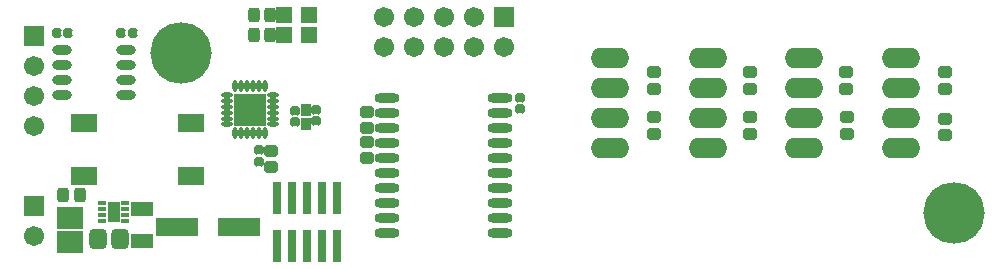
<source format=gts>
G04 Layer_Color=8388736*
%FSLAX23Y23*%
%MOIN*%
G70*
G01*
G75*
%ADD23R,0.030X0.110*%
%ADD51R,0.091X0.073*%
%ADD52R,0.108X0.108*%
%ADD53O,0.018X0.038*%
%ADD54O,0.038X0.018*%
G04:AMPARAMS|DCode=55|XSize=30mil|YSize=32mil|CornerRadius=8mil|HoleSize=0mil|Usage=FLASHONLY|Rotation=90.000|XOffset=0mil|YOffset=0mil|HoleType=Round|Shape=RoundedRectangle|*
%AMROUNDEDRECTD55*
21,1,0.030,0.015,0,0,90.0*
21,1,0.013,0.032,0,0,90.0*
1,1,0.017,0.008,0.007*
1,1,0.017,0.008,-0.007*
1,1,0.017,-0.008,-0.007*
1,1,0.017,-0.008,0.007*
%
%ADD55ROUNDEDRECTD55*%
%ADD56R,0.032X0.039*%
G04:AMPARAMS|DCode=57|XSize=37mil|YSize=47mil|CornerRadius=10mil|HoleSize=0mil|Usage=FLASHONLY|Rotation=270.000|XOffset=0mil|YOffset=0mil|HoleType=Round|Shape=RoundedRectangle|*
%AMROUNDEDRECTD57*
21,1,0.037,0.028,0,0,270.0*
21,1,0.017,0.047,0,0,270.0*
1,1,0.020,-0.014,-0.009*
1,1,0.020,-0.014,0.009*
1,1,0.020,0.014,0.009*
1,1,0.020,0.014,-0.009*
%
%ADD57ROUNDEDRECTD57*%
%ADD58R,0.025X0.017*%
%ADD59R,0.041X0.069*%
G04:AMPARAMS|DCode=60|XSize=37mil|YSize=47mil|CornerRadius=10mil|HoleSize=0mil|Usage=FLASHONLY|Rotation=0.000|XOffset=0mil|YOffset=0mil|HoleType=Round|Shape=RoundedRectangle|*
%AMROUNDEDRECTD60*
21,1,0.037,0.028,0,0,0.0*
21,1,0.017,0.047,0,0,0.0*
1,1,0.020,0.009,-0.014*
1,1,0.020,-0.009,-0.014*
1,1,0.020,-0.009,0.014*
1,1,0.020,0.009,0.014*
%
%ADD60ROUNDEDRECTD60*%
%ADD61R,0.142X0.063*%
%ADD62R,0.075X0.051*%
G04:AMPARAMS|DCode=63|XSize=60mil|YSize=68mil|CornerRadius=17mil|HoleSize=0mil|Usage=FLASHONLY|Rotation=180.000|XOffset=0mil|YOffset=0mil|HoleType=Round|Shape=RoundedRectangle|*
%AMROUNDEDRECTD63*
21,1,0.060,0.034,0,0,180.0*
21,1,0.026,0.068,0,0,180.0*
1,1,0.034,-0.013,0.017*
1,1,0.034,0.013,0.017*
1,1,0.034,0.013,-0.017*
1,1,0.034,-0.013,-0.017*
%
%ADD63ROUNDEDRECTD63*%
%ADD64R,0.091X0.063*%
%ADD65O,0.065X0.032*%
G04:AMPARAMS|DCode=66|XSize=30mil|YSize=32mil|CornerRadius=8mil|HoleSize=0mil|Usage=FLASHONLY|Rotation=0.000|XOffset=0mil|YOffset=0mil|HoleType=Round|Shape=RoundedRectangle|*
%AMROUNDEDRECTD66*
21,1,0.030,0.015,0,0,0.0*
21,1,0.013,0.032,0,0,0.0*
1,1,0.017,0.007,-0.008*
1,1,0.017,-0.007,-0.008*
1,1,0.017,-0.007,0.008*
1,1,0.017,0.007,0.008*
%
%ADD66ROUNDEDRECTD66*%
%ADD67O,0.083X0.032*%
%ADD68R,0.056X0.056*%
%ADD69R,0.067X0.067*%
%ADD70C,0.067*%
%ADD71O,0.128X0.068*%
%ADD72C,0.205*%
%ADD73R,0.067X0.067*%
D23*
X1320Y55D02*
D03*
Y215D02*
D03*
X1370Y55D02*
D03*
Y215D02*
D03*
X1420Y55D02*
D03*
Y215D02*
D03*
X1470Y55D02*
D03*
Y215D02*
D03*
X1520Y55D02*
D03*
Y215D02*
D03*
D51*
X630Y70D02*
D03*
Y150D02*
D03*
D52*
X1230Y510D02*
D03*
D53*
X1279Y433D02*
D03*
X1260D02*
D03*
X1240D02*
D03*
X1220D02*
D03*
X1200D02*
D03*
X1181D02*
D03*
X1181Y587D02*
D03*
X1200D02*
D03*
X1220D02*
D03*
X1240D02*
D03*
X1260D02*
D03*
X1279D02*
D03*
D54*
X1153Y461D02*
D03*
Y480D02*
D03*
Y500D02*
D03*
Y520D02*
D03*
Y540D02*
D03*
Y559D02*
D03*
X1307Y559D02*
D03*
Y540D02*
D03*
Y520D02*
D03*
Y500D02*
D03*
Y480D02*
D03*
Y461D02*
D03*
D55*
X1380Y468D02*
D03*
Y505D02*
D03*
X1450Y509D02*
D03*
Y471D02*
D03*
X1260Y374D02*
D03*
Y336D02*
D03*
X2130Y549D02*
D03*
Y511D02*
D03*
D56*
X1415Y461D02*
D03*
Y509D02*
D03*
D57*
X1300Y372D02*
D03*
Y318D02*
D03*
X1620Y502D02*
D03*
Y448D02*
D03*
X2576Y430D02*
D03*
Y484D02*
D03*
X2896Y430D02*
D03*
Y484D02*
D03*
X2896Y634D02*
D03*
Y580D02*
D03*
X3546Y425D02*
D03*
Y479D02*
D03*
X3221Y430D02*
D03*
Y484D02*
D03*
X1620Y348D02*
D03*
Y402D02*
D03*
X2576Y634D02*
D03*
Y580D02*
D03*
X3216Y634D02*
D03*
Y580D02*
D03*
X3546Y634D02*
D03*
Y580D02*
D03*
D58*
X812Y140D02*
D03*
Y160D02*
D03*
Y180D02*
D03*
Y200D02*
D03*
X738D02*
D03*
Y180D02*
D03*
Y160D02*
D03*
Y140D02*
D03*
D59*
X775Y170D02*
D03*
D60*
X608Y225D02*
D03*
X662D02*
D03*
X1243Y760D02*
D03*
X1297D02*
D03*
X1243Y825D02*
D03*
X1297D02*
D03*
D61*
X1192Y120D02*
D03*
X988D02*
D03*
D62*
X870Y73D02*
D03*
Y177D02*
D03*
D63*
X722Y80D02*
D03*
X797D02*
D03*
D64*
X1033Y465D02*
D03*
Y288D02*
D03*
X675D02*
D03*
Y465D02*
D03*
D65*
X817Y560D02*
D03*
Y610D02*
D03*
Y660D02*
D03*
Y710D02*
D03*
X603Y560D02*
D03*
Y610D02*
D03*
Y660D02*
D03*
Y710D02*
D03*
D66*
X586Y765D02*
D03*
X624D02*
D03*
X801D02*
D03*
X839D02*
D03*
D67*
X2062Y100D02*
D03*
Y150D02*
D03*
Y200D02*
D03*
Y250D02*
D03*
Y300D02*
D03*
Y350D02*
D03*
Y400D02*
D03*
Y450D02*
D03*
Y500D02*
D03*
Y550D02*
D03*
X1688Y100D02*
D03*
Y150D02*
D03*
Y200D02*
D03*
Y250D02*
D03*
Y300D02*
D03*
Y350D02*
D03*
Y400D02*
D03*
Y450D02*
D03*
Y500D02*
D03*
Y550D02*
D03*
D68*
X1344Y760D02*
D03*
X1427D02*
D03*
X1344Y825D02*
D03*
X1427D02*
D03*
D69*
X510Y190D02*
D03*
Y755D02*
D03*
D70*
Y90D02*
D03*
X2075Y720D02*
D03*
X1975Y820D02*
D03*
Y720D02*
D03*
X1875Y820D02*
D03*
Y720D02*
D03*
X1775Y820D02*
D03*
Y720D02*
D03*
X1675Y820D02*
D03*
Y720D02*
D03*
X510Y455D02*
D03*
Y655D02*
D03*
Y555D02*
D03*
D71*
X2756Y382D02*
D03*
Y482D02*
D03*
Y582D02*
D03*
Y682D02*
D03*
X3076Y382D02*
D03*
Y482D02*
D03*
Y582D02*
D03*
Y682D02*
D03*
X3401Y382D02*
D03*
Y482D02*
D03*
Y582D02*
D03*
Y682D02*
D03*
X2431Y382D02*
D03*
Y482D02*
D03*
Y582D02*
D03*
Y682D02*
D03*
D72*
X1000Y700D02*
D03*
X3575Y165D02*
D03*
D73*
X2075Y820D02*
D03*
M02*

</source>
